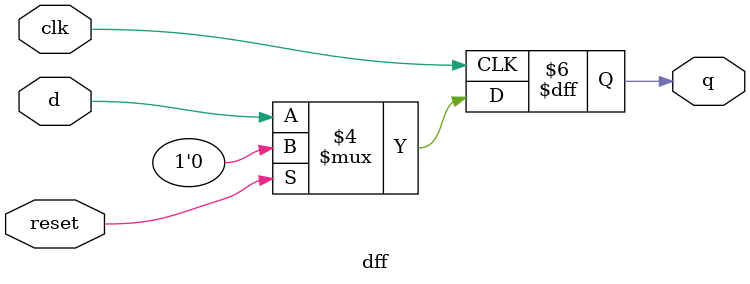
<source format=v>
module dff(clk,d,reset,q);
input d,clk,reset;
output q;
reg q;
always@(posedge clk)
begin
if(reset==1)
	q<=0;
else
	q<=d;
end
endmodule
</source>
